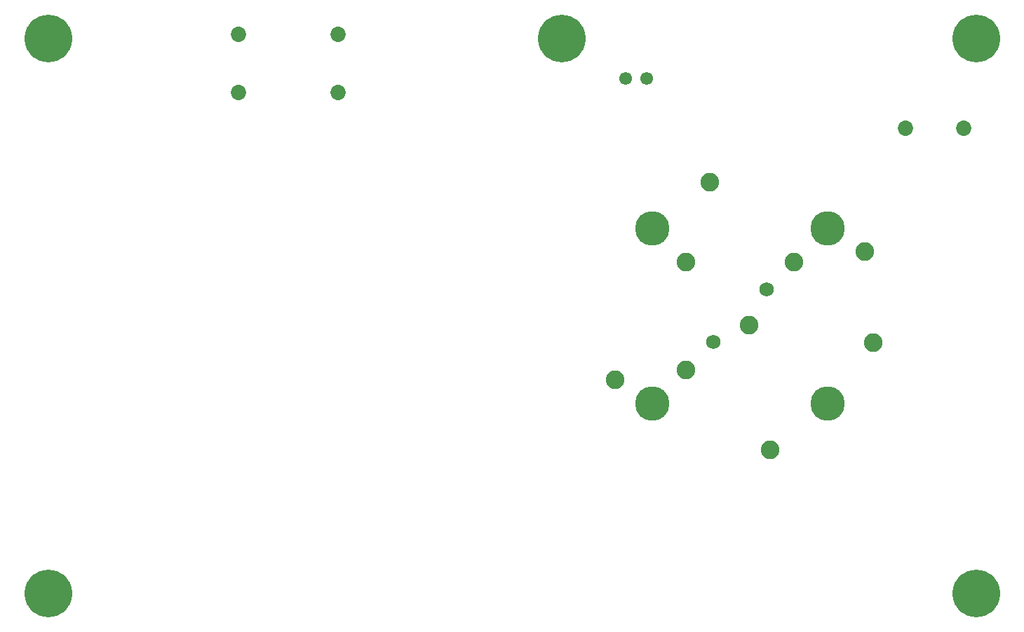
<source format=gts>
%FSLAX34Y34*%
G04 Gerber Fmt 3.4, Leading zero omitted, Abs format*
G04 (created by PCBNEW (2014-03-01 BZR 4730)-product) date Monday, May 12, 2014 'PMt' 11:38:01 PM*
%MOIN*%
G01*
G70*
G90*
G04 APERTURE LIST*
%ADD10C,0.006000*%
%ADD11C,0.226472*%
%ADD12C,0.029622*%
%ADD13C,0.068992*%
%ADD14C,0.088677*%
%ADD15C,0.163480*%
%ADD16C,0.072929*%
%ADD17C,0.061118*%
G04 APERTURE END LIST*
G54D10*
G54D11*
X25196Y-40944D03*
G54D12*
X25196Y-40078D03*
X24330Y-40944D03*
X25196Y-41811D03*
X26062Y-40944D03*
X25807Y-40334D03*
X24586Y-40334D03*
X24586Y-41555D03*
X25807Y-41555D03*
G54D11*
X25196Y-67322D03*
G54D12*
X25196Y-66456D03*
X24330Y-67322D03*
X25196Y-68188D03*
X26062Y-67322D03*
X25807Y-66712D03*
X24586Y-66712D03*
X24586Y-67933D03*
X25807Y-67933D03*
G54D11*
X69291Y-67322D03*
G54D12*
X69291Y-66456D03*
X68425Y-67322D03*
X69291Y-68188D03*
X70157Y-67322D03*
X69901Y-66712D03*
X68681Y-66712D03*
X68681Y-67933D03*
X69901Y-67933D03*
G54D11*
X69291Y-40944D03*
G54D12*
X69291Y-40078D03*
X68425Y-40944D03*
X69291Y-41811D03*
X70157Y-40944D03*
X69901Y-40334D03*
X68681Y-40334D03*
X68681Y-41555D03*
X69901Y-41555D03*
G54D11*
X49606Y-40944D03*
G54D12*
X49606Y-40078D03*
X48740Y-40944D03*
X49606Y-41811D03*
X50472Y-40944D03*
X50216Y-40334D03*
X48996Y-40334D03*
X48996Y-41555D03*
X50216Y-41555D03*
G54D13*
X56818Y-55386D03*
X59323Y-52881D03*
G54D14*
X55492Y-56711D03*
X60648Y-51555D03*
G54D15*
X53894Y-58309D03*
X53894Y-49957D03*
X62246Y-49957D03*
X62246Y-58309D03*
G54D14*
X58507Y-54570D03*
X55492Y-51555D03*
X56651Y-47775D03*
X64017Y-51082D03*
X64401Y-55414D03*
X59490Y-60492D03*
X52124Y-57185D03*
G54D16*
X68700Y-45196D03*
X65944Y-45196D03*
X38976Y-40748D03*
X38976Y-43503D03*
X34251Y-40748D03*
X34251Y-43503D03*
G54D17*
X53649Y-42834D03*
X52649Y-42834D03*
M02*

</source>
